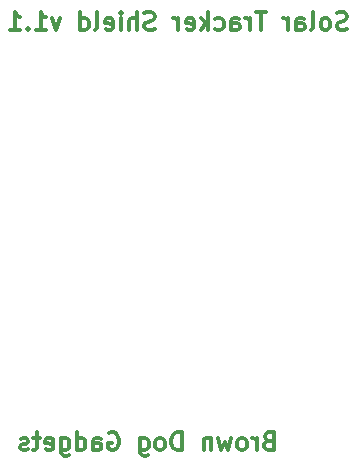
<source format=gbo>
%TF.GenerationSoftware,KiCad,Pcbnew,4.0.7-e2-6376~58~ubuntu16.04.1*%
%TF.CreationDate,2018-02-09T09:49:05-08:00*%
%TF.ProjectId,Arduino-Shield,41726475696E6F2D536869656C642E6B,v1.1*%
%TF.FileFunction,Legend,Bot*%
%FSLAX46Y46*%
G04 Gerber Fmt 4.6, Leading zero omitted, Abs format (unit mm)*
G04 Created by KiCad (PCBNEW 4.0.7-e2-6376~58~ubuntu16.04.1) date Fri Feb  9 09:49:05 2018*
%MOMM*%
%LPD*%
G01*
G04 APERTURE LIST*
%ADD10C,0.350000*%
%ADD11C,0.300000*%
%ADD12R,2.184400X1.879600*%
%ADD13O,2.184400X1.879600*%
%ADD14R,2.184400X2.184400*%
%ADD15O,2.184400X2.184400*%
%ADD16O,1.676400X2.692400*%
%ADD17C,2.151380*%
G04 APERTURE END LIST*
D10*
D11*
X50536714Y-91205857D02*
X50322428Y-91277286D01*
X50251000Y-91348714D01*
X50179571Y-91491571D01*
X50179571Y-91705857D01*
X50251000Y-91848714D01*
X50322428Y-91920143D01*
X50465286Y-91991571D01*
X51036714Y-91991571D01*
X51036714Y-90491571D01*
X50536714Y-90491571D01*
X50393857Y-90563000D01*
X50322428Y-90634429D01*
X50251000Y-90777286D01*
X50251000Y-90920143D01*
X50322428Y-91063000D01*
X50393857Y-91134429D01*
X50536714Y-91205857D01*
X51036714Y-91205857D01*
X49536714Y-91991571D02*
X49536714Y-90991571D01*
X49536714Y-91277286D02*
X49465286Y-91134429D01*
X49393857Y-91063000D01*
X49251000Y-90991571D01*
X49108143Y-90991571D01*
X48393857Y-91991571D02*
X48536715Y-91920143D01*
X48608143Y-91848714D01*
X48679572Y-91705857D01*
X48679572Y-91277286D01*
X48608143Y-91134429D01*
X48536715Y-91063000D01*
X48393857Y-90991571D01*
X48179572Y-90991571D01*
X48036715Y-91063000D01*
X47965286Y-91134429D01*
X47893857Y-91277286D01*
X47893857Y-91705857D01*
X47965286Y-91848714D01*
X48036715Y-91920143D01*
X48179572Y-91991571D01*
X48393857Y-91991571D01*
X47393857Y-90991571D02*
X47108143Y-91991571D01*
X46822429Y-91277286D01*
X46536714Y-91991571D01*
X46251000Y-90991571D01*
X45679571Y-90991571D02*
X45679571Y-91991571D01*
X45679571Y-91134429D02*
X45608143Y-91063000D01*
X45465285Y-90991571D01*
X45251000Y-90991571D01*
X45108143Y-91063000D01*
X45036714Y-91205857D01*
X45036714Y-91991571D01*
X43179571Y-91991571D02*
X43179571Y-90491571D01*
X42822428Y-90491571D01*
X42608143Y-90563000D01*
X42465285Y-90705857D01*
X42393857Y-90848714D01*
X42322428Y-91134429D01*
X42322428Y-91348714D01*
X42393857Y-91634429D01*
X42465285Y-91777286D01*
X42608143Y-91920143D01*
X42822428Y-91991571D01*
X43179571Y-91991571D01*
X41465285Y-91991571D02*
X41608143Y-91920143D01*
X41679571Y-91848714D01*
X41751000Y-91705857D01*
X41751000Y-91277286D01*
X41679571Y-91134429D01*
X41608143Y-91063000D01*
X41465285Y-90991571D01*
X41251000Y-90991571D01*
X41108143Y-91063000D01*
X41036714Y-91134429D01*
X40965285Y-91277286D01*
X40965285Y-91705857D01*
X41036714Y-91848714D01*
X41108143Y-91920143D01*
X41251000Y-91991571D01*
X41465285Y-91991571D01*
X39679571Y-90991571D02*
X39679571Y-92205857D01*
X39751000Y-92348714D01*
X39822428Y-92420143D01*
X39965285Y-92491571D01*
X40179571Y-92491571D01*
X40322428Y-92420143D01*
X39679571Y-91920143D02*
X39822428Y-91991571D01*
X40108142Y-91991571D01*
X40251000Y-91920143D01*
X40322428Y-91848714D01*
X40393857Y-91705857D01*
X40393857Y-91277286D01*
X40322428Y-91134429D01*
X40251000Y-91063000D01*
X40108142Y-90991571D01*
X39822428Y-90991571D01*
X39679571Y-91063000D01*
X37036714Y-90563000D02*
X37179571Y-90491571D01*
X37393857Y-90491571D01*
X37608142Y-90563000D01*
X37751000Y-90705857D01*
X37822428Y-90848714D01*
X37893857Y-91134429D01*
X37893857Y-91348714D01*
X37822428Y-91634429D01*
X37751000Y-91777286D01*
X37608142Y-91920143D01*
X37393857Y-91991571D01*
X37251000Y-91991571D01*
X37036714Y-91920143D01*
X36965285Y-91848714D01*
X36965285Y-91348714D01*
X37251000Y-91348714D01*
X35679571Y-91991571D02*
X35679571Y-91205857D01*
X35751000Y-91063000D01*
X35893857Y-90991571D01*
X36179571Y-90991571D01*
X36322428Y-91063000D01*
X35679571Y-91920143D02*
X35822428Y-91991571D01*
X36179571Y-91991571D01*
X36322428Y-91920143D01*
X36393857Y-91777286D01*
X36393857Y-91634429D01*
X36322428Y-91491571D01*
X36179571Y-91420143D01*
X35822428Y-91420143D01*
X35679571Y-91348714D01*
X34322428Y-91991571D02*
X34322428Y-90491571D01*
X34322428Y-91920143D02*
X34465285Y-91991571D01*
X34750999Y-91991571D01*
X34893857Y-91920143D01*
X34965285Y-91848714D01*
X35036714Y-91705857D01*
X35036714Y-91277286D01*
X34965285Y-91134429D01*
X34893857Y-91063000D01*
X34750999Y-90991571D01*
X34465285Y-90991571D01*
X34322428Y-91063000D01*
X32965285Y-90991571D02*
X32965285Y-92205857D01*
X33036714Y-92348714D01*
X33108142Y-92420143D01*
X33250999Y-92491571D01*
X33465285Y-92491571D01*
X33608142Y-92420143D01*
X32965285Y-91920143D02*
X33108142Y-91991571D01*
X33393856Y-91991571D01*
X33536714Y-91920143D01*
X33608142Y-91848714D01*
X33679571Y-91705857D01*
X33679571Y-91277286D01*
X33608142Y-91134429D01*
X33536714Y-91063000D01*
X33393856Y-90991571D01*
X33108142Y-90991571D01*
X32965285Y-91063000D01*
X31679571Y-91920143D02*
X31822428Y-91991571D01*
X32108142Y-91991571D01*
X32250999Y-91920143D01*
X32322428Y-91777286D01*
X32322428Y-91205857D01*
X32250999Y-91063000D01*
X32108142Y-90991571D01*
X31822428Y-90991571D01*
X31679571Y-91063000D01*
X31608142Y-91205857D01*
X31608142Y-91348714D01*
X32322428Y-91491571D01*
X31179571Y-90991571D02*
X30608142Y-90991571D01*
X30965285Y-90491571D02*
X30965285Y-91777286D01*
X30893857Y-91920143D01*
X30750999Y-91991571D01*
X30608142Y-91991571D01*
X30179571Y-91920143D02*
X30036714Y-91991571D01*
X29750999Y-91991571D01*
X29608142Y-91920143D01*
X29536714Y-91777286D01*
X29536714Y-91705857D01*
X29608142Y-91563000D01*
X29750999Y-91491571D01*
X29965285Y-91491571D01*
X30108142Y-91420143D01*
X30179571Y-91277286D01*
X30179571Y-91205857D01*
X30108142Y-91063000D01*
X29965285Y-90991571D01*
X29750999Y-90991571D01*
X29608142Y-91063000D01*
X57175998Y-56360143D02*
X56961712Y-56431571D01*
X56604569Y-56431571D01*
X56461712Y-56360143D01*
X56390283Y-56288714D01*
X56318855Y-56145857D01*
X56318855Y-56003000D01*
X56390283Y-55860143D01*
X56461712Y-55788714D01*
X56604569Y-55717286D01*
X56890283Y-55645857D01*
X57033141Y-55574429D01*
X57104569Y-55503000D01*
X57175998Y-55360143D01*
X57175998Y-55217286D01*
X57104569Y-55074429D01*
X57033141Y-55003000D01*
X56890283Y-54931571D01*
X56533141Y-54931571D01*
X56318855Y-55003000D01*
X55461712Y-56431571D02*
X55604570Y-56360143D01*
X55675998Y-56288714D01*
X55747427Y-56145857D01*
X55747427Y-55717286D01*
X55675998Y-55574429D01*
X55604570Y-55503000D01*
X55461712Y-55431571D01*
X55247427Y-55431571D01*
X55104570Y-55503000D01*
X55033141Y-55574429D01*
X54961712Y-55717286D01*
X54961712Y-56145857D01*
X55033141Y-56288714D01*
X55104570Y-56360143D01*
X55247427Y-56431571D01*
X55461712Y-56431571D01*
X54104569Y-56431571D02*
X54247427Y-56360143D01*
X54318855Y-56217286D01*
X54318855Y-54931571D01*
X52890284Y-56431571D02*
X52890284Y-55645857D01*
X52961713Y-55503000D01*
X53104570Y-55431571D01*
X53390284Y-55431571D01*
X53533141Y-55503000D01*
X52890284Y-56360143D02*
X53033141Y-56431571D01*
X53390284Y-56431571D01*
X53533141Y-56360143D01*
X53604570Y-56217286D01*
X53604570Y-56074429D01*
X53533141Y-55931571D01*
X53390284Y-55860143D01*
X53033141Y-55860143D01*
X52890284Y-55788714D01*
X52175998Y-56431571D02*
X52175998Y-55431571D01*
X52175998Y-55717286D02*
X52104570Y-55574429D01*
X52033141Y-55503000D01*
X51890284Y-55431571D01*
X51747427Y-55431571D01*
X50318856Y-54931571D02*
X49461713Y-54931571D01*
X49890284Y-56431571D02*
X49890284Y-54931571D01*
X48961713Y-56431571D02*
X48961713Y-55431571D01*
X48961713Y-55717286D02*
X48890285Y-55574429D01*
X48818856Y-55503000D01*
X48675999Y-55431571D01*
X48533142Y-55431571D01*
X47390285Y-56431571D02*
X47390285Y-55645857D01*
X47461714Y-55503000D01*
X47604571Y-55431571D01*
X47890285Y-55431571D01*
X48033142Y-55503000D01*
X47390285Y-56360143D02*
X47533142Y-56431571D01*
X47890285Y-56431571D01*
X48033142Y-56360143D01*
X48104571Y-56217286D01*
X48104571Y-56074429D01*
X48033142Y-55931571D01*
X47890285Y-55860143D01*
X47533142Y-55860143D01*
X47390285Y-55788714D01*
X46033142Y-56360143D02*
X46175999Y-56431571D01*
X46461713Y-56431571D01*
X46604571Y-56360143D01*
X46675999Y-56288714D01*
X46747428Y-56145857D01*
X46747428Y-55717286D01*
X46675999Y-55574429D01*
X46604571Y-55503000D01*
X46461713Y-55431571D01*
X46175999Y-55431571D01*
X46033142Y-55503000D01*
X45390285Y-56431571D02*
X45390285Y-54931571D01*
X45247428Y-55860143D02*
X44818857Y-56431571D01*
X44818857Y-55431571D02*
X45390285Y-56003000D01*
X43604571Y-56360143D02*
X43747428Y-56431571D01*
X44033142Y-56431571D01*
X44175999Y-56360143D01*
X44247428Y-56217286D01*
X44247428Y-55645857D01*
X44175999Y-55503000D01*
X44033142Y-55431571D01*
X43747428Y-55431571D01*
X43604571Y-55503000D01*
X43533142Y-55645857D01*
X43533142Y-55788714D01*
X44247428Y-55931571D01*
X42890285Y-56431571D02*
X42890285Y-55431571D01*
X42890285Y-55717286D02*
X42818857Y-55574429D01*
X42747428Y-55503000D01*
X42604571Y-55431571D01*
X42461714Y-55431571D01*
X40890286Y-56360143D02*
X40676000Y-56431571D01*
X40318857Y-56431571D01*
X40176000Y-56360143D01*
X40104571Y-56288714D01*
X40033143Y-56145857D01*
X40033143Y-56003000D01*
X40104571Y-55860143D01*
X40176000Y-55788714D01*
X40318857Y-55717286D01*
X40604571Y-55645857D01*
X40747429Y-55574429D01*
X40818857Y-55503000D01*
X40890286Y-55360143D01*
X40890286Y-55217286D01*
X40818857Y-55074429D01*
X40747429Y-55003000D01*
X40604571Y-54931571D01*
X40247429Y-54931571D01*
X40033143Y-55003000D01*
X39390286Y-56431571D02*
X39390286Y-54931571D01*
X38747429Y-56431571D02*
X38747429Y-55645857D01*
X38818858Y-55503000D01*
X38961715Y-55431571D01*
X39176000Y-55431571D01*
X39318858Y-55503000D01*
X39390286Y-55574429D01*
X38033143Y-56431571D02*
X38033143Y-55431571D01*
X38033143Y-54931571D02*
X38104572Y-55003000D01*
X38033143Y-55074429D01*
X37961715Y-55003000D01*
X38033143Y-54931571D01*
X38033143Y-55074429D01*
X36747429Y-56360143D02*
X36890286Y-56431571D01*
X37176000Y-56431571D01*
X37318857Y-56360143D01*
X37390286Y-56217286D01*
X37390286Y-55645857D01*
X37318857Y-55503000D01*
X37176000Y-55431571D01*
X36890286Y-55431571D01*
X36747429Y-55503000D01*
X36676000Y-55645857D01*
X36676000Y-55788714D01*
X37390286Y-55931571D01*
X35818857Y-56431571D02*
X35961715Y-56360143D01*
X36033143Y-56217286D01*
X36033143Y-54931571D01*
X34604572Y-56431571D02*
X34604572Y-54931571D01*
X34604572Y-56360143D02*
X34747429Y-56431571D01*
X35033143Y-56431571D01*
X35176001Y-56360143D01*
X35247429Y-56288714D01*
X35318858Y-56145857D01*
X35318858Y-55717286D01*
X35247429Y-55574429D01*
X35176001Y-55503000D01*
X35033143Y-55431571D01*
X34747429Y-55431571D01*
X34604572Y-55503000D01*
X32890286Y-55431571D02*
X32533143Y-56431571D01*
X32176001Y-55431571D01*
X30818858Y-56431571D02*
X31676001Y-56431571D01*
X31247429Y-56431571D02*
X31247429Y-54931571D01*
X31390286Y-55145857D01*
X31533144Y-55288714D01*
X31676001Y-55360143D01*
X30176001Y-56288714D02*
X30104573Y-56360143D01*
X30176001Y-56431571D01*
X30247430Y-56360143D01*
X30176001Y-56288714D01*
X30176001Y-56431571D01*
X28676001Y-56431571D02*
X29533144Y-56431571D01*
X29104572Y-56431571D02*
X29104572Y-54931571D01*
X29247429Y-55145857D01*
X29390287Y-55288714D01*
X29533144Y-55360143D01*
%LPC*%
D12*
X30226000Y-79883000D03*
D13*
X30226000Y-82423000D03*
X30226000Y-84963000D03*
D12*
X30226000Y-64643000D03*
D13*
X30226000Y-67183000D03*
X30226000Y-69723000D03*
D14*
X52451000Y-79883000D03*
D15*
X52451000Y-77343000D03*
X52451000Y-74803000D03*
X52451000Y-72263000D03*
X52451000Y-69723000D03*
D16*
X58928000Y-98552000D03*
X51308000Y-98552000D03*
X53848000Y-98552000D03*
X56388000Y-98552000D03*
X46228000Y-98552000D03*
X43688000Y-98552000D03*
X41148000Y-98552000D03*
X36068000Y-98552000D03*
X33528000Y-98552000D03*
X58928000Y-50292000D03*
X56388000Y-50292000D03*
X53848000Y-50292000D03*
X51308000Y-50292000D03*
X48768000Y-50292000D03*
X46228000Y-50292000D03*
X42164000Y-50292000D03*
X39624000Y-50292000D03*
X37084000Y-50292000D03*
X34544000Y-50292000D03*
X32004000Y-50292000D03*
X29464000Y-50292000D03*
X26924000Y-50292000D03*
X24384000Y-50292000D03*
X38608000Y-98552000D03*
X30988000Y-98552000D03*
X28448000Y-98552000D03*
D17*
X44831000Y-62103000D03*
X35831000Y-62103000D03*
X44831000Y-84963000D03*
X35831000Y-84963000D03*
X44831000Y-77343000D03*
X35831000Y-77343000D03*
X44831000Y-69723000D03*
X35831000Y-69723000D03*
M02*

</source>
